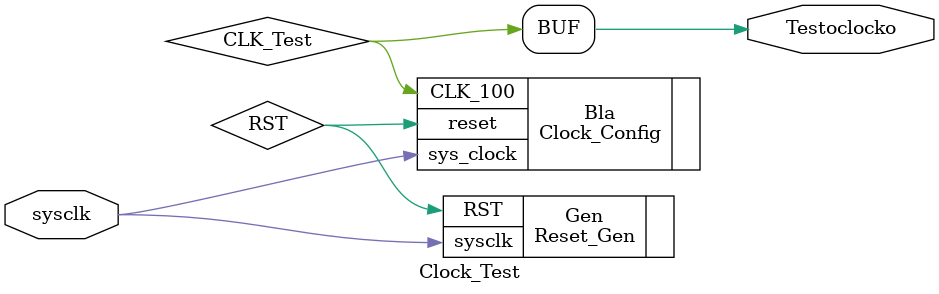
<source format=v>
`timescale 1ns / 1ps


module Clock_Test(
    input sysclk,
    output Testoclocko
    );
    
    wire CLK_Test;
    wire RST;
    
    assign Testoclocko = CLK_Test;
    
     Reset_Gen Gen(
        .sysclk(sysclk),
        .RST(RST)
        );
    
   Clock_Config Bla (
   .CLK_100(CLK_Test),
   .reset(RST),
   .sys_clock(sysclk));
    
    
endmodule

</source>
